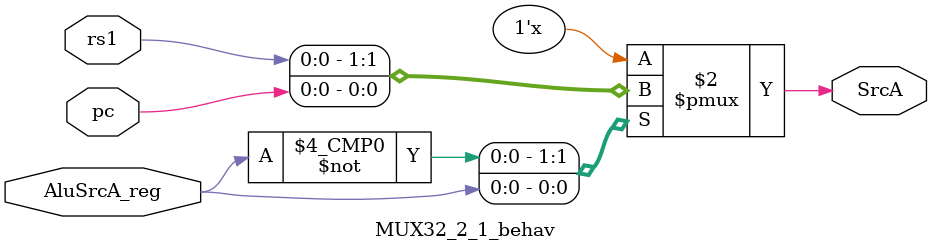
<source format=v>
`timescale 1ns / 1ps
module MUX32_2_1_behav(
    input wire[31:0]rs1,//from rs1 reg
    input wire[31:0]pc,//program counter
    input wire AluSrcA_reg,
    output reg SrcA
    );
always @(*)
begin
case(AluSrcA_reg)
1'b0: SrcA=rs1;
1'b1: SrcA=pc;
endcase
end
endmodule
</source>
